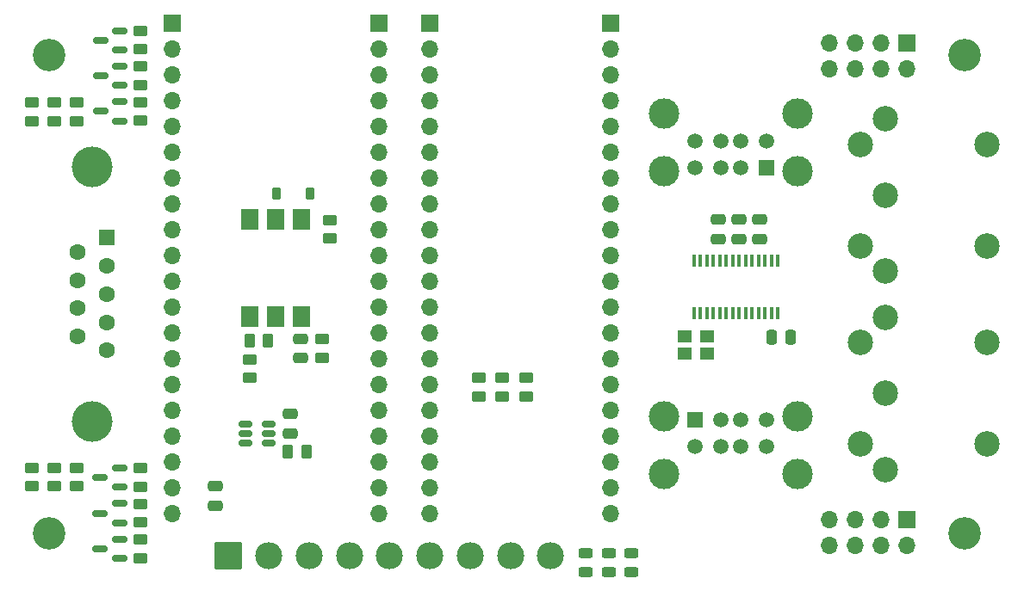
<source format=gts>
G04 #@! TF.GenerationSoftware,KiCad,Pcbnew,8.0.8*
G04 #@! TF.CreationDate,2025-02-03T03:21:26+01:00*
G04 #@! TF.ProjectId,MiSTeryShield20kRPiPico,4d695354-6572-4795-9368-69656c643230,V1*
G04 #@! TF.SameCoordinates,Original*
G04 #@! TF.FileFunction,Soldermask,Top*
G04 #@! TF.FilePolarity,Negative*
%FSLAX46Y46*%
G04 Gerber Fmt 4.6, Leading zero omitted, Abs format (unit mm)*
G04 Created by KiCad (PCBNEW 8.0.8) date 2025-02-03 03:21:26*
%MOMM*%
%LPD*%
G01*
G04 APERTURE LIST*
G04 Aperture macros list*
%AMRoundRect*
0 Rectangle with rounded corners*
0 $1 Rounding radius*
0 $2 $3 $4 $5 $6 $7 $8 $9 X,Y pos of 4 corners*
0 Add a 4 corners polygon primitive as box body*
4,1,4,$2,$3,$4,$5,$6,$7,$8,$9,$2,$3,0*
0 Add four circle primitives for the rounded corners*
1,1,$1+$1,$2,$3*
1,1,$1+$1,$4,$5*
1,1,$1+$1,$6,$7*
1,1,$1+$1,$8,$9*
0 Add four rect primitives between the rounded corners*
20,1,$1+$1,$2,$3,$4,$5,0*
20,1,$1+$1,$4,$5,$6,$7,0*
20,1,$1+$1,$6,$7,$8,$9,0*
20,1,$1+$1,$8,$9,$2,$3,0*%
G04 Aperture macros list end*
%ADD10R,1.700000X1.700000*%
%ADD11O,1.700000X1.700000*%
%ADD12RoundRect,0.250000X-0.450000X0.262500X-0.450000X-0.262500X0.450000X-0.262500X0.450000X0.262500X0*%
%ADD13RoundRect,0.250000X0.450000X-0.262500X0.450000X0.262500X-0.450000X0.262500X-0.450000X-0.262500X0*%
%ADD14RoundRect,0.063500X1.270000X1.270000X-1.270000X1.270000X-1.270000X-1.270000X1.270000X-1.270000X0*%
%ADD15C,2.667000*%
%ADD16RoundRect,0.250000X-0.475000X0.250000X-0.475000X-0.250000X0.475000X-0.250000X0.475000X0.250000X0*%
%ADD17RoundRect,0.150000X0.587500X0.150000X-0.587500X0.150000X-0.587500X-0.150000X0.587500X-0.150000X0*%
%ADD18C,3.200000*%
%ADD19R,1.400000X1.200000*%
%ADD20RoundRect,0.243750X-0.456250X0.243750X-0.456250X-0.243750X0.456250X-0.243750X0.456250X0.243750X0*%
%ADD21RoundRect,0.250000X-0.262500X-0.450000X0.262500X-0.450000X0.262500X0.450000X-0.262500X0.450000X0*%
%ADD22RoundRect,0.250000X0.475000X-0.250000X0.475000X0.250000X-0.475000X0.250000X-0.475000X-0.250000X0*%
%ADD23C,4.000000*%
%ADD24R,1.600000X1.600000*%
%ADD25C,1.600000*%
%ADD26R,1.780000X2.000000*%
%ADD27C,2.500000*%
%ADD28RoundRect,0.225000X0.225000X0.375000X-0.225000X0.375000X-0.225000X-0.375000X0.225000X-0.375000X0*%
%ADD29RoundRect,0.250000X0.250000X0.475000X-0.250000X0.475000X-0.250000X-0.475000X0.250000X-0.475000X0*%
%ADD30R,1.500000X1.500000*%
%ADD31C,1.500000*%
%ADD32C,3.000000*%
%ADD33R,0.400000X1.200000*%
%ADD34RoundRect,0.150000X-0.512500X-0.150000X0.512500X-0.150000X0.512500X0.150000X-0.512500X0.150000X0*%
G04 APERTURE END LIST*
D10*
X132122000Y-40390000D03*
D11*
X132122000Y-42930000D03*
X132122000Y-45470000D03*
X132122000Y-48010000D03*
X132122000Y-50550000D03*
X132122000Y-53090000D03*
X132122000Y-55630000D03*
X132122000Y-58170000D03*
X132122000Y-60710000D03*
X132122000Y-63250000D03*
X132122000Y-65790000D03*
X132122000Y-68330000D03*
X132122000Y-70870000D03*
X132122000Y-73410000D03*
X132122000Y-75950000D03*
X132122000Y-78490000D03*
X132122000Y-81030000D03*
X132122000Y-83570000D03*
X132122000Y-86110000D03*
X132122000Y-88650000D03*
D10*
X114341000Y-40400000D03*
D11*
X114341000Y-42940000D03*
X114341000Y-45480000D03*
X114341000Y-48020000D03*
X114341000Y-50560000D03*
X114341000Y-53100000D03*
X114341000Y-55640000D03*
X114341000Y-58180000D03*
X114341000Y-60720000D03*
X114341000Y-63260000D03*
X114341000Y-65800000D03*
X114341000Y-68340000D03*
X114341000Y-70880000D03*
X114341000Y-73420000D03*
X114341000Y-75960000D03*
X114341000Y-78500000D03*
X114341000Y-81040000D03*
X114341000Y-83580000D03*
X114341000Y-86120000D03*
X114341000Y-88660000D03*
D10*
X109342000Y-40390000D03*
D11*
X109342000Y-42930000D03*
X109342000Y-45470000D03*
X109342000Y-48010000D03*
X109342000Y-50550000D03*
X109342000Y-53090000D03*
X109342000Y-55630000D03*
X109342000Y-58170000D03*
X109342000Y-60710000D03*
X109342000Y-63250000D03*
X109342000Y-65790000D03*
X109342000Y-68330000D03*
X109342000Y-70870000D03*
X109342000Y-73410000D03*
X109342000Y-75950000D03*
X109342000Y-78490000D03*
X109342000Y-81030000D03*
X109342000Y-83570000D03*
X109342000Y-86110000D03*
X109342000Y-88650000D03*
D10*
X89022000Y-40390000D03*
D11*
X89022000Y-42930000D03*
X89022000Y-45470000D03*
X89022000Y-48010000D03*
X89022000Y-50550000D03*
X89022000Y-53090000D03*
X89022000Y-55630000D03*
X89022000Y-58170000D03*
X89022000Y-60710000D03*
X89022000Y-63250000D03*
X89022000Y-65790000D03*
X89022000Y-68330000D03*
X89022000Y-70870000D03*
X89022000Y-73410000D03*
X89022000Y-75950000D03*
X89022000Y-78490000D03*
X89022000Y-81030000D03*
X89022000Y-83570000D03*
X89022000Y-86110000D03*
X89022000Y-88650000D03*
D12*
X96632000Y-73520000D03*
X96632000Y-75345000D03*
D13*
X123792000Y-77162500D03*
X123792000Y-75337500D03*
D12*
X85892000Y-91237500D03*
X85892000Y-93062500D03*
D14*
X94552000Y-92850000D03*
D15*
X98512000Y-92850000D03*
X102472000Y-92850000D03*
X106432000Y-92850000D03*
X110392000Y-92850000D03*
X114352000Y-92850000D03*
X118312000Y-92850000D03*
X122272000Y-92850000D03*
X126232000Y-92850000D03*
D16*
X142692000Y-59750000D03*
X142692000Y-61650000D03*
D17*
X83829500Y-93100000D03*
X83829500Y-91200000D03*
X81954500Y-92150000D03*
D13*
X104492000Y-61612500D03*
X104492000Y-59787500D03*
D10*
X161232000Y-42400000D03*
D11*
X161232000Y-44940000D03*
X158692000Y-42400000D03*
X158692000Y-44940000D03*
X156152000Y-42400000D03*
X156152000Y-44940000D03*
X153612000Y-42400000D03*
X153612000Y-44940000D03*
D18*
X166892000Y-90600000D03*
D19*
X141592000Y-71250000D03*
X139392000Y-71250000D03*
X139392000Y-72950000D03*
X141592000Y-72950000D03*
D12*
X85904500Y-44687500D03*
X85904500Y-46512500D03*
D16*
X144759500Y-59750000D03*
X144759500Y-61650000D03*
D20*
X131952000Y-92562500D03*
X131952000Y-94437500D03*
D16*
X146792000Y-59750000D03*
X146792000Y-61650000D03*
D21*
X96619500Y-71670000D03*
X98444500Y-71670000D03*
D12*
X85892000Y-87737500D03*
X85892000Y-89562500D03*
D22*
X101682000Y-73370000D03*
X101682000Y-71470000D03*
D20*
X134192000Y-92562500D03*
X134192000Y-94437500D03*
D23*
X81152331Y-54590000D03*
X81152331Y-79590000D03*
D24*
X82572331Y-61550000D03*
D25*
X82572331Y-64320000D03*
X82572331Y-67090000D03*
X82572331Y-69860000D03*
X82572331Y-72630000D03*
X79732331Y-62935000D03*
X79732331Y-65705000D03*
X79732331Y-68475000D03*
X79732331Y-71245000D03*
D16*
X93292000Y-86000000D03*
X93292000Y-87900000D03*
D10*
X161212000Y-89250000D03*
D11*
X161212000Y-91790000D03*
X158672000Y-89250000D03*
X158672000Y-91790000D03*
X156132000Y-89250000D03*
X156132000Y-91790000D03*
X153592000Y-89250000D03*
X153592000Y-91790000D03*
D12*
X85904500Y-48187500D03*
X85904500Y-50012500D03*
D18*
X166892000Y-43600000D03*
D12*
X79592000Y-84187500D03*
X79592000Y-86012500D03*
D26*
X101722000Y-59755000D03*
X99182000Y-59755000D03*
X96642000Y-59755000D03*
X96642000Y-69285000D03*
X99182000Y-69285000D03*
X101722000Y-69285000D03*
D12*
X85892000Y-84237500D03*
X85892000Y-86062500D03*
D13*
X103732000Y-73332500D03*
X103732000Y-71507500D03*
D17*
X83829500Y-89600000D03*
X83829500Y-87700000D03*
X81954500Y-88650000D03*
D27*
X159142000Y-69350000D03*
X159142000Y-76850000D03*
X159142000Y-84350000D03*
X156642000Y-71850000D03*
X156642000Y-81850000D03*
X169142000Y-81850000D03*
X169142000Y-71850000D03*
D12*
X77392000Y-84187500D03*
X77392000Y-86012500D03*
D17*
X83829500Y-86100000D03*
X83829500Y-84200000D03*
X81954500Y-85150000D03*
D13*
X77392000Y-50062500D03*
X77392000Y-48237500D03*
X119202000Y-77162500D03*
X119202000Y-75337500D03*
D28*
X102582000Y-57170000D03*
X99282000Y-57170000D03*
D17*
X83842000Y-46550000D03*
X83842000Y-44650000D03*
X81967000Y-45600000D03*
D20*
X129642000Y-92562500D03*
X129642000Y-94437500D03*
D21*
X100392000Y-82600000D03*
X102217000Y-82600000D03*
D17*
X83842000Y-50050000D03*
X83842000Y-48150000D03*
X81967000Y-49100000D03*
D29*
X149842000Y-71300000D03*
X147942000Y-71300000D03*
D27*
X159142000Y-49850000D03*
X159142000Y-57350000D03*
X159142000Y-64850000D03*
X156642000Y-52350000D03*
X156642000Y-62350000D03*
X169142000Y-62350000D03*
X169142000Y-52350000D03*
D30*
X147442000Y-54680000D03*
D31*
X144942000Y-54680000D03*
X142942000Y-54680000D03*
X140442000Y-54680000D03*
X147442000Y-52060000D03*
X144942000Y-52060000D03*
X142942000Y-52060000D03*
X140442000Y-52060000D03*
D32*
X150512000Y-55030000D03*
X150512000Y-49350000D03*
X137372000Y-55030000D03*
X137372000Y-49350000D03*
D16*
X100592000Y-78900000D03*
X100592000Y-80800000D03*
D17*
X83842000Y-43050000D03*
X83842000Y-41150000D03*
X81967000Y-42100000D03*
D18*
X76892000Y-43600000D03*
D13*
X75192000Y-50062500D03*
X75192000Y-48237500D03*
D12*
X75192000Y-84187500D03*
X75192000Y-86012500D03*
X85904500Y-41187500D03*
X85904500Y-43012500D03*
D13*
X79592000Y-50062500D03*
X79592000Y-48237500D03*
D18*
X76892000Y-90600000D03*
D13*
X121492000Y-77162500D03*
X121492000Y-75337500D03*
D30*
X140442000Y-79470000D03*
D31*
X142942000Y-79470000D03*
X144942000Y-79470000D03*
X147442000Y-79470000D03*
X140442000Y-82090000D03*
X142942000Y-82090000D03*
X144942000Y-82090000D03*
X147442000Y-82090000D03*
D32*
X137372000Y-79120000D03*
X137372000Y-84800000D03*
X150512000Y-79120000D03*
X150512000Y-84800000D03*
D33*
X140314500Y-69000000D03*
X140949500Y-69000000D03*
X141584500Y-69000000D03*
X142219500Y-69000000D03*
X142854500Y-69000000D03*
X143489500Y-69000000D03*
X144124500Y-69000000D03*
X144759500Y-69000000D03*
X145394500Y-69000000D03*
X146029500Y-69000000D03*
X146664500Y-69000000D03*
X147299500Y-69000000D03*
X147934500Y-69000000D03*
X148569500Y-69000000D03*
X148569500Y-63800000D03*
X147934500Y-63800000D03*
X147299500Y-63800000D03*
X146664500Y-63800000D03*
X146029500Y-63800000D03*
X145394500Y-63800000D03*
X144759500Y-63800000D03*
X144124500Y-63800000D03*
X143489500Y-63800000D03*
X142854500Y-63800000D03*
X142219500Y-63800000D03*
X141584500Y-63800000D03*
X140949500Y-63800000D03*
X140314500Y-63800000D03*
D34*
X96204500Y-79850000D03*
X96204500Y-80800000D03*
X96204500Y-81750000D03*
X98479500Y-81750000D03*
X98479500Y-80800000D03*
X98479500Y-79850000D03*
M02*

</source>
